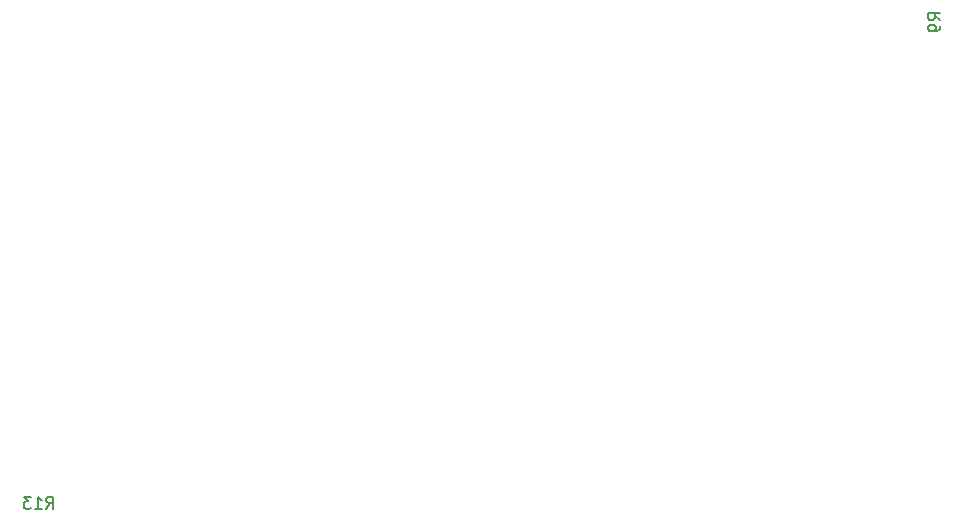
<source format=gbr>
G04 #@! TF.GenerationSoftware,KiCad,Pcbnew,(5.1.10)-1*
G04 #@! TF.CreationDate,2021-06-08T20:52:53+03:00*
G04 #@! TF.ProjectId,ScienceBoard-1,53636965-6e63-4654-926f-6172642d312e,rev?*
G04 #@! TF.SameCoordinates,Original*
G04 #@! TF.FileFunction,Legend,Bot*
G04 #@! TF.FilePolarity,Positive*
%FSLAX46Y46*%
G04 Gerber Fmt 4.6, Leading zero omitted, Abs format (unit mm)*
G04 Created by KiCad (PCBNEW (5.1.10)-1) date 2021-06-08 20:52:53*
%MOMM*%
%LPD*%
G01*
G04 APERTURE LIST*
%ADD10C,0.150000*%
G04 APERTURE END LIST*
D10*
X169516380Y-49871333D02*
X169040190Y-49538000D01*
X169516380Y-49299904D02*
X168516380Y-49299904D01*
X168516380Y-49680857D01*
X168564000Y-49776095D01*
X168611619Y-49823714D01*
X168706857Y-49871333D01*
X168849714Y-49871333D01*
X168944952Y-49823714D01*
X168992571Y-49776095D01*
X169040190Y-49680857D01*
X169040190Y-49299904D01*
X169516380Y-50347523D02*
X169516380Y-50538000D01*
X169468761Y-50633238D01*
X169421142Y-50680857D01*
X169278285Y-50776095D01*
X169087809Y-50823714D01*
X168706857Y-50823714D01*
X168611619Y-50776095D01*
X168564000Y-50728476D01*
X168516380Y-50633238D01*
X168516380Y-50442761D01*
X168564000Y-50347523D01*
X168611619Y-50299904D01*
X168706857Y-50252285D01*
X168944952Y-50252285D01*
X169040190Y-50299904D01*
X169087809Y-50347523D01*
X169135428Y-50442761D01*
X169135428Y-50633238D01*
X169087809Y-50728476D01*
X169040190Y-50776095D01*
X168944952Y-50823714D01*
X93837857Y-91230380D02*
X94171190Y-90754190D01*
X94409285Y-91230380D02*
X94409285Y-90230380D01*
X94028333Y-90230380D01*
X93933095Y-90278000D01*
X93885476Y-90325619D01*
X93837857Y-90420857D01*
X93837857Y-90563714D01*
X93885476Y-90658952D01*
X93933095Y-90706571D01*
X94028333Y-90754190D01*
X94409285Y-90754190D01*
X92885476Y-91230380D02*
X93456904Y-91230380D01*
X93171190Y-91230380D02*
X93171190Y-90230380D01*
X93266428Y-90373238D01*
X93361666Y-90468476D01*
X93456904Y-90516095D01*
X92552142Y-90230380D02*
X91933095Y-90230380D01*
X92266428Y-90611333D01*
X92123571Y-90611333D01*
X92028333Y-90658952D01*
X91980714Y-90706571D01*
X91933095Y-90801809D01*
X91933095Y-91039904D01*
X91980714Y-91135142D01*
X92028333Y-91182761D01*
X92123571Y-91230380D01*
X92409285Y-91230380D01*
X92504523Y-91182761D01*
X92552142Y-91135142D01*
M02*

</source>
